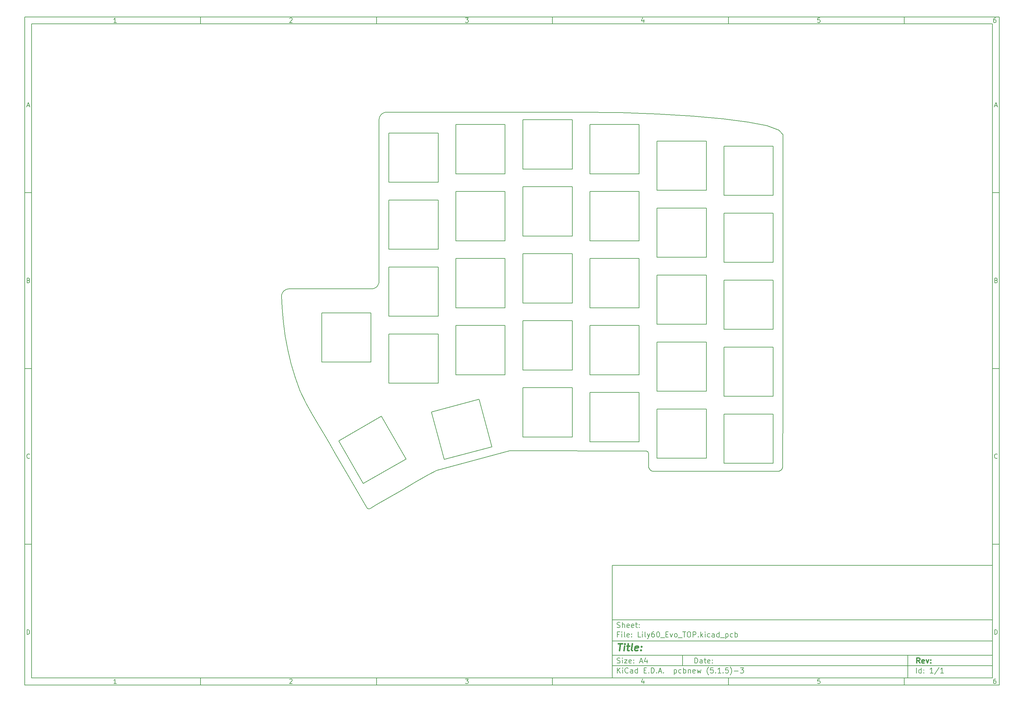
<source format=gbo>
G04 #@! TF.GenerationSoftware,KiCad,Pcbnew,(5.1.5)-3*
G04 #@! TF.CreationDate,2020-05-17T20:09:16+04:00*
G04 #@! TF.ProjectId,Lily60_Evo_TOP,4c696c79-3630-45f4-9576-6f5f544f502e,rev?*
G04 #@! TF.SameCoordinates,Original*
G04 #@! TF.FileFunction,Legend,Bot*
G04 #@! TF.FilePolarity,Positive*
%FSLAX46Y46*%
G04 Gerber Fmt 4.6, Leading zero omitted, Abs format (unit mm)*
G04 Created by KiCad (PCBNEW (5.1.5)-3) date 2020-05-17 20:09:16*
%MOMM*%
%LPD*%
G04 APERTURE LIST*
%ADD10C,0.100000*%
%ADD11C,0.150000*%
%ADD12C,0.300000*%
%ADD13C,0.400000*%
%ADD14C,0.200000*%
G04 APERTURE END LIST*
D10*
D11*
X177002200Y-166007200D02*
X177002200Y-198007200D01*
X285002200Y-198007200D01*
X285002200Y-166007200D01*
X177002200Y-166007200D01*
D10*
D11*
X10000000Y-10000000D02*
X10000000Y-200007200D01*
X287002200Y-200007200D01*
X287002200Y-10000000D01*
X10000000Y-10000000D01*
D10*
D11*
X12000000Y-12000000D02*
X12000000Y-198007200D01*
X285002200Y-198007200D01*
X285002200Y-12000000D01*
X12000000Y-12000000D01*
D10*
D11*
X60000000Y-12000000D02*
X60000000Y-10000000D01*
D10*
D11*
X110000000Y-12000000D02*
X110000000Y-10000000D01*
D10*
D11*
X160000000Y-12000000D02*
X160000000Y-10000000D01*
D10*
D11*
X210000000Y-12000000D02*
X210000000Y-10000000D01*
D10*
D11*
X260000000Y-12000000D02*
X260000000Y-10000000D01*
D10*
D11*
X36065476Y-11588095D02*
X35322619Y-11588095D01*
X35694047Y-11588095D02*
X35694047Y-10288095D01*
X35570238Y-10473809D01*
X35446428Y-10597619D01*
X35322619Y-10659523D01*
D10*
D11*
X85322619Y-10411904D02*
X85384523Y-10350000D01*
X85508333Y-10288095D01*
X85817857Y-10288095D01*
X85941666Y-10350000D01*
X86003571Y-10411904D01*
X86065476Y-10535714D01*
X86065476Y-10659523D01*
X86003571Y-10845238D01*
X85260714Y-11588095D01*
X86065476Y-11588095D01*
D10*
D11*
X135260714Y-10288095D02*
X136065476Y-10288095D01*
X135632142Y-10783333D01*
X135817857Y-10783333D01*
X135941666Y-10845238D01*
X136003571Y-10907142D01*
X136065476Y-11030952D01*
X136065476Y-11340476D01*
X136003571Y-11464285D01*
X135941666Y-11526190D01*
X135817857Y-11588095D01*
X135446428Y-11588095D01*
X135322619Y-11526190D01*
X135260714Y-11464285D01*
D10*
D11*
X185941666Y-10721428D02*
X185941666Y-11588095D01*
X185632142Y-10226190D02*
X185322619Y-11154761D01*
X186127380Y-11154761D01*
D10*
D11*
X236003571Y-10288095D02*
X235384523Y-10288095D01*
X235322619Y-10907142D01*
X235384523Y-10845238D01*
X235508333Y-10783333D01*
X235817857Y-10783333D01*
X235941666Y-10845238D01*
X236003571Y-10907142D01*
X236065476Y-11030952D01*
X236065476Y-11340476D01*
X236003571Y-11464285D01*
X235941666Y-11526190D01*
X235817857Y-11588095D01*
X235508333Y-11588095D01*
X235384523Y-11526190D01*
X235322619Y-11464285D01*
D10*
D11*
X285941666Y-10288095D02*
X285694047Y-10288095D01*
X285570238Y-10350000D01*
X285508333Y-10411904D01*
X285384523Y-10597619D01*
X285322619Y-10845238D01*
X285322619Y-11340476D01*
X285384523Y-11464285D01*
X285446428Y-11526190D01*
X285570238Y-11588095D01*
X285817857Y-11588095D01*
X285941666Y-11526190D01*
X286003571Y-11464285D01*
X286065476Y-11340476D01*
X286065476Y-11030952D01*
X286003571Y-10907142D01*
X285941666Y-10845238D01*
X285817857Y-10783333D01*
X285570238Y-10783333D01*
X285446428Y-10845238D01*
X285384523Y-10907142D01*
X285322619Y-11030952D01*
D10*
D11*
X60000000Y-198007200D02*
X60000000Y-200007200D01*
D10*
D11*
X110000000Y-198007200D02*
X110000000Y-200007200D01*
D10*
D11*
X160000000Y-198007200D02*
X160000000Y-200007200D01*
D10*
D11*
X210000000Y-198007200D02*
X210000000Y-200007200D01*
D10*
D11*
X260000000Y-198007200D02*
X260000000Y-200007200D01*
D10*
D11*
X36065476Y-199595295D02*
X35322619Y-199595295D01*
X35694047Y-199595295D02*
X35694047Y-198295295D01*
X35570238Y-198481009D01*
X35446428Y-198604819D01*
X35322619Y-198666723D01*
D10*
D11*
X85322619Y-198419104D02*
X85384523Y-198357200D01*
X85508333Y-198295295D01*
X85817857Y-198295295D01*
X85941666Y-198357200D01*
X86003571Y-198419104D01*
X86065476Y-198542914D01*
X86065476Y-198666723D01*
X86003571Y-198852438D01*
X85260714Y-199595295D01*
X86065476Y-199595295D01*
D10*
D11*
X135260714Y-198295295D02*
X136065476Y-198295295D01*
X135632142Y-198790533D01*
X135817857Y-198790533D01*
X135941666Y-198852438D01*
X136003571Y-198914342D01*
X136065476Y-199038152D01*
X136065476Y-199347676D01*
X136003571Y-199471485D01*
X135941666Y-199533390D01*
X135817857Y-199595295D01*
X135446428Y-199595295D01*
X135322619Y-199533390D01*
X135260714Y-199471485D01*
D10*
D11*
X185941666Y-198728628D02*
X185941666Y-199595295D01*
X185632142Y-198233390D02*
X185322619Y-199161961D01*
X186127380Y-199161961D01*
D10*
D11*
X236003571Y-198295295D02*
X235384523Y-198295295D01*
X235322619Y-198914342D01*
X235384523Y-198852438D01*
X235508333Y-198790533D01*
X235817857Y-198790533D01*
X235941666Y-198852438D01*
X236003571Y-198914342D01*
X236065476Y-199038152D01*
X236065476Y-199347676D01*
X236003571Y-199471485D01*
X235941666Y-199533390D01*
X235817857Y-199595295D01*
X235508333Y-199595295D01*
X235384523Y-199533390D01*
X235322619Y-199471485D01*
D10*
D11*
X285941666Y-198295295D02*
X285694047Y-198295295D01*
X285570238Y-198357200D01*
X285508333Y-198419104D01*
X285384523Y-198604819D01*
X285322619Y-198852438D01*
X285322619Y-199347676D01*
X285384523Y-199471485D01*
X285446428Y-199533390D01*
X285570238Y-199595295D01*
X285817857Y-199595295D01*
X285941666Y-199533390D01*
X286003571Y-199471485D01*
X286065476Y-199347676D01*
X286065476Y-199038152D01*
X286003571Y-198914342D01*
X285941666Y-198852438D01*
X285817857Y-198790533D01*
X285570238Y-198790533D01*
X285446428Y-198852438D01*
X285384523Y-198914342D01*
X285322619Y-199038152D01*
D10*
D11*
X10000000Y-60000000D02*
X12000000Y-60000000D01*
D10*
D11*
X10000000Y-110000000D02*
X12000000Y-110000000D01*
D10*
D11*
X10000000Y-160000000D02*
X12000000Y-160000000D01*
D10*
D11*
X10690476Y-35216666D02*
X11309523Y-35216666D01*
X10566666Y-35588095D02*
X11000000Y-34288095D01*
X11433333Y-35588095D01*
D10*
D11*
X11092857Y-84907142D02*
X11278571Y-84969047D01*
X11340476Y-85030952D01*
X11402380Y-85154761D01*
X11402380Y-85340476D01*
X11340476Y-85464285D01*
X11278571Y-85526190D01*
X11154761Y-85588095D01*
X10659523Y-85588095D01*
X10659523Y-84288095D01*
X11092857Y-84288095D01*
X11216666Y-84350000D01*
X11278571Y-84411904D01*
X11340476Y-84535714D01*
X11340476Y-84659523D01*
X11278571Y-84783333D01*
X11216666Y-84845238D01*
X11092857Y-84907142D01*
X10659523Y-84907142D01*
D10*
D11*
X11402380Y-135464285D02*
X11340476Y-135526190D01*
X11154761Y-135588095D01*
X11030952Y-135588095D01*
X10845238Y-135526190D01*
X10721428Y-135402380D01*
X10659523Y-135278571D01*
X10597619Y-135030952D01*
X10597619Y-134845238D01*
X10659523Y-134597619D01*
X10721428Y-134473809D01*
X10845238Y-134350000D01*
X11030952Y-134288095D01*
X11154761Y-134288095D01*
X11340476Y-134350000D01*
X11402380Y-134411904D01*
D10*
D11*
X10659523Y-185588095D02*
X10659523Y-184288095D01*
X10969047Y-184288095D01*
X11154761Y-184350000D01*
X11278571Y-184473809D01*
X11340476Y-184597619D01*
X11402380Y-184845238D01*
X11402380Y-185030952D01*
X11340476Y-185278571D01*
X11278571Y-185402380D01*
X11154761Y-185526190D01*
X10969047Y-185588095D01*
X10659523Y-185588095D01*
D10*
D11*
X287002200Y-60000000D02*
X285002200Y-60000000D01*
D10*
D11*
X287002200Y-110000000D02*
X285002200Y-110000000D01*
D10*
D11*
X287002200Y-160000000D02*
X285002200Y-160000000D01*
D10*
D11*
X285692676Y-35216666D02*
X286311723Y-35216666D01*
X285568866Y-35588095D02*
X286002200Y-34288095D01*
X286435533Y-35588095D01*
D10*
D11*
X286095057Y-84907142D02*
X286280771Y-84969047D01*
X286342676Y-85030952D01*
X286404580Y-85154761D01*
X286404580Y-85340476D01*
X286342676Y-85464285D01*
X286280771Y-85526190D01*
X286156961Y-85588095D01*
X285661723Y-85588095D01*
X285661723Y-84288095D01*
X286095057Y-84288095D01*
X286218866Y-84350000D01*
X286280771Y-84411904D01*
X286342676Y-84535714D01*
X286342676Y-84659523D01*
X286280771Y-84783333D01*
X286218866Y-84845238D01*
X286095057Y-84907142D01*
X285661723Y-84907142D01*
D10*
D11*
X286404580Y-135464285D02*
X286342676Y-135526190D01*
X286156961Y-135588095D01*
X286033152Y-135588095D01*
X285847438Y-135526190D01*
X285723628Y-135402380D01*
X285661723Y-135278571D01*
X285599819Y-135030952D01*
X285599819Y-134845238D01*
X285661723Y-134597619D01*
X285723628Y-134473809D01*
X285847438Y-134350000D01*
X286033152Y-134288095D01*
X286156961Y-134288095D01*
X286342676Y-134350000D01*
X286404580Y-134411904D01*
D10*
D11*
X285661723Y-185588095D02*
X285661723Y-184288095D01*
X285971247Y-184288095D01*
X286156961Y-184350000D01*
X286280771Y-184473809D01*
X286342676Y-184597619D01*
X286404580Y-184845238D01*
X286404580Y-185030952D01*
X286342676Y-185278571D01*
X286280771Y-185402380D01*
X286156961Y-185526190D01*
X285971247Y-185588095D01*
X285661723Y-185588095D01*
D10*
D11*
X200434342Y-193785771D02*
X200434342Y-192285771D01*
X200791485Y-192285771D01*
X201005771Y-192357200D01*
X201148628Y-192500057D01*
X201220057Y-192642914D01*
X201291485Y-192928628D01*
X201291485Y-193142914D01*
X201220057Y-193428628D01*
X201148628Y-193571485D01*
X201005771Y-193714342D01*
X200791485Y-193785771D01*
X200434342Y-193785771D01*
X202577200Y-193785771D02*
X202577200Y-193000057D01*
X202505771Y-192857200D01*
X202362914Y-192785771D01*
X202077200Y-192785771D01*
X201934342Y-192857200D01*
X202577200Y-193714342D02*
X202434342Y-193785771D01*
X202077200Y-193785771D01*
X201934342Y-193714342D01*
X201862914Y-193571485D01*
X201862914Y-193428628D01*
X201934342Y-193285771D01*
X202077200Y-193214342D01*
X202434342Y-193214342D01*
X202577200Y-193142914D01*
X203077200Y-192785771D02*
X203648628Y-192785771D01*
X203291485Y-192285771D02*
X203291485Y-193571485D01*
X203362914Y-193714342D01*
X203505771Y-193785771D01*
X203648628Y-193785771D01*
X204720057Y-193714342D02*
X204577200Y-193785771D01*
X204291485Y-193785771D01*
X204148628Y-193714342D01*
X204077200Y-193571485D01*
X204077200Y-193000057D01*
X204148628Y-192857200D01*
X204291485Y-192785771D01*
X204577200Y-192785771D01*
X204720057Y-192857200D01*
X204791485Y-193000057D01*
X204791485Y-193142914D01*
X204077200Y-193285771D01*
X205434342Y-193642914D02*
X205505771Y-193714342D01*
X205434342Y-193785771D01*
X205362914Y-193714342D01*
X205434342Y-193642914D01*
X205434342Y-193785771D01*
X205434342Y-192857200D02*
X205505771Y-192928628D01*
X205434342Y-193000057D01*
X205362914Y-192928628D01*
X205434342Y-192857200D01*
X205434342Y-193000057D01*
D10*
D11*
X177002200Y-194507200D02*
X285002200Y-194507200D01*
D10*
D11*
X178434342Y-196585771D02*
X178434342Y-195085771D01*
X179291485Y-196585771D02*
X178648628Y-195728628D01*
X179291485Y-195085771D02*
X178434342Y-195942914D01*
X179934342Y-196585771D02*
X179934342Y-195585771D01*
X179934342Y-195085771D02*
X179862914Y-195157200D01*
X179934342Y-195228628D01*
X180005771Y-195157200D01*
X179934342Y-195085771D01*
X179934342Y-195228628D01*
X181505771Y-196442914D02*
X181434342Y-196514342D01*
X181220057Y-196585771D01*
X181077200Y-196585771D01*
X180862914Y-196514342D01*
X180720057Y-196371485D01*
X180648628Y-196228628D01*
X180577200Y-195942914D01*
X180577200Y-195728628D01*
X180648628Y-195442914D01*
X180720057Y-195300057D01*
X180862914Y-195157200D01*
X181077200Y-195085771D01*
X181220057Y-195085771D01*
X181434342Y-195157200D01*
X181505771Y-195228628D01*
X182791485Y-196585771D02*
X182791485Y-195800057D01*
X182720057Y-195657200D01*
X182577200Y-195585771D01*
X182291485Y-195585771D01*
X182148628Y-195657200D01*
X182791485Y-196514342D02*
X182648628Y-196585771D01*
X182291485Y-196585771D01*
X182148628Y-196514342D01*
X182077200Y-196371485D01*
X182077200Y-196228628D01*
X182148628Y-196085771D01*
X182291485Y-196014342D01*
X182648628Y-196014342D01*
X182791485Y-195942914D01*
X184148628Y-196585771D02*
X184148628Y-195085771D01*
X184148628Y-196514342D02*
X184005771Y-196585771D01*
X183720057Y-196585771D01*
X183577200Y-196514342D01*
X183505771Y-196442914D01*
X183434342Y-196300057D01*
X183434342Y-195871485D01*
X183505771Y-195728628D01*
X183577200Y-195657200D01*
X183720057Y-195585771D01*
X184005771Y-195585771D01*
X184148628Y-195657200D01*
X186005771Y-195800057D02*
X186505771Y-195800057D01*
X186720057Y-196585771D02*
X186005771Y-196585771D01*
X186005771Y-195085771D01*
X186720057Y-195085771D01*
X187362914Y-196442914D02*
X187434342Y-196514342D01*
X187362914Y-196585771D01*
X187291485Y-196514342D01*
X187362914Y-196442914D01*
X187362914Y-196585771D01*
X188077200Y-196585771D02*
X188077200Y-195085771D01*
X188434342Y-195085771D01*
X188648628Y-195157200D01*
X188791485Y-195300057D01*
X188862914Y-195442914D01*
X188934342Y-195728628D01*
X188934342Y-195942914D01*
X188862914Y-196228628D01*
X188791485Y-196371485D01*
X188648628Y-196514342D01*
X188434342Y-196585771D01*
X188077200Y-196585771D01*
X189577200Y-196442914D02*
X189648628Y-196514342D01*
X189577200Y-196585771D01*
X189505771Y-196514342D01*
X189577200Y-196442914D01*
X189577200Y-196585771D01*
X190220057Y-196157200D02*
X190934342Y-196157200D01*
X190077200Y-196585771D02*
X190577200Y-195085771D01*
X191077200Y-196585771D01*
X191577200Y-196442914D02*
X191648628Y-196514342D01*
X191577200Y-196585771D01*
X191505771Y-196514342D01*
X191577200Y-196442914D01*
X191577200Y-196585771D01*
X194577200Y-195585771D02*
X194577200Y-197085771D01*
X194577200Y-195657200D02*
X194720057Y-195585771D01*
X195005771Y-195585771D01*
X195148628Y-195657200D01*
X195220057Y-195728628D01*
X195291485Y-195871485D01*
X195291485Y-196300057D01*
X195220057Y-196442914D01*
X195148628Y-196514342D01*
X195005771Y-196585771D01*
X194720057Y-196585771D01*
X194577200Y-196514342D01*
X196577200Y-196514342D02*
X196434342Y-196585771D01*
X196148628Y-196585771D01*
X196005771Y-196514342D01*
X195934342Y-196442914D01*
X195862914Y-196300057D01*
X195862914Y-195871485D01*
X195934342Y-195728628D01*
X196005771Y-195657200D01*
X196148628Y-195585771D01*
X196434342Y-195585771D01*
X196577200Y-195657200D01*
X197220057Y-196585771D02*
X197220057Y-195085771D01*
X197220057Y-195657200D02*
X197362914Y-195585771D01*
X197648628Y-195585771D01*
X197791485Y-195657200D01*
X197862914Y-195728628D01*
X197934342Y-195871485D01*
X197934342Y-196300057D01*
X197862914Y-196442914D01*
X197791485Y-196514342D01*
X197648628Y-196585771D01*
X197362914Y-196585771D01*
X197220057Y-196514342D01*
X198577200Y-195585771D02*
X198577200Y-196585771D01*
X198577200Y-195728628D02*
X198648628Y-195657200D01*
X198791485Y-195585771D01*
X199005771Y-195585771D01*
X199148628Y-195657200D01*
X199220057Y-195800057D01*
X199220057Y-196585771D01*
X200505771Y-196514342D02*
X200362914Y-196585771D01*
X200077200Y-196585771D01*
X199934342Y-196514342D01*
X199862914Y-196371485D01*
X199862914Y-195800057D01*
X199934342Y-195657200D01*
X200077200Y-195585771D01*
X200362914Y-195585771D01*
X200505771Y-195657200D01*
X200577200Y-195800057D01*
X200577200Y-195942914D01*
X199862914Y-196085771D01*
X201077200Y-195585771D02*
X201362914Y-196585771D01*
X201648628Y-195871485D01*
X201934342Y-196585771D01*
X202220057Y-195585771D01*
X204362914Y-197157200D02*
X204291485Y-197085771D01*
X204148628Y-196871485D01*
X204077200Y-196728628D01*
X204005771Y-196514342D01*
X203934342Y-196157200D01*
X203934342Y-195871485D01*
X204005771Y-195514342D01*
X204077200Y-195300057D01*
X204148628Y-195157200D01*
X204291485Y-194942914D01*
X204362914Y-194871485D01*
X205648628Y-195085771D02*
X204934342Y-195085771D01*
X204862914Y-195800057D01*
X204934342Y-195728628D01*
X205077200Y-195657200D01*
X205434342Y-195657200D01*
X205577200Y-195728628D01*
X205648628Y-195800057D01*
X205720057Y-195942914D01*
X205720057Y-196300057D01*
X205648628Y-196442914D01*
X205577200Y-196514342D01*
X205434342Y-196585771D01*
X205077200Y-196585771D01*
X204934342Y-196514342D01*
X204862914Y-196442914D01*
X206362914Y-196442914D02*
X206434342Y-196514342D01*
X206362914Y-196585771D01*
X206291485Y-196514342D01*
X206362914Y-196442914D01*
X206362914Y-196585771D01*
X207862914Y-196585771D02*
X207005771Y-196585771D01*
X207434342Y-196585771D02*
X207434342Y-195085771D01*
X207291485Y-195300057D01*
X207148628Y-195442914D01*
X207005771Y-195514342D01*
X208505771Y-196442914D02*
X208577200Y-196514342D01*
X208505771Y-196585771D01*
X208434342Y-196514342D01*
X208505771Y-196442914D01*
X208505771Y-196585771D01*
X209934342Y-195085771D02*
X209220057Y-195085771D01*
X209148628Y-195800057D01*
X209220057Y-195728628D01*
X209362914Y-195657200D01*
X209720057Y-195657200D01*
X209862914Y-195728628D01*
X209934342Y-195800057D01*
X210005771Y-195942914D01*
X210005771Y-196300057D01*
X209934342Y-196442914D01*
X209862914Y-196514342D01*
X209720057Y-196585771D01*
X209362914Y-196585771D01*
X209220057Y-196514342D01*
X209148628Y-196442914D01*
X210505771Y-197157200D02*
X210577200Y-197085771D01*
X210720057Y-196871485D01*
X210791485Y-196728628D01*
X210862914Y-196514342D01*
X210934342Y-196157200D01*
X210934342Y-195871485D01*
X210862914Y-195514342D01*
X210791485Y-195300057D01*
X210720057Y-195157200D01*
X210577200Y-194942914D01*
X210505771Y-194871485D01*
X211648628Y-196014342D02*
X212791485Y-196014342D01*
X213362914Y-195085771D02*
X214291485Y-195085771D01*
X213791485Y-195657200D01*
X214005771Y-195657200D01*
X214148628Y-195728628D01*
X214220057Y-195800057D01*
X214291485Y-195942914D01*
X214291485Y-196300057D01*
X214220057Y-196442914D01*
X214148628Y-196514342D01*
X214005771Y-196585771D01*
X213577200Y-196585771D01*
X213434342Y-196514342D01*
X213362914Y-196442914D01*
D10*
D11*
X177002200Y-191507200D02*
X285002200Y-191507200D01*
D10*
D12*
X264411485Y-193785771D02*
X263911485Y-193071485D01*
X263554342Y-193785771D02*
X263554342Y-192285771D01*
X264125771Y-192285771D01*
X264268628Y-192357200D01*
X264340057Y-192428628D01*
X264411485Y-192571485D01*
X264411485Y-192785771D01*
X264340057Y-192928628D01*
X264268628Y-193000057D01*
X264125771Y-193071485D01*
X263554342Y-193071485D01*
X265625771Y-193714342D02*
X265482914Y-193785771D01*
X265197200Y-193785771D01*
X265054342Y-193714342D01*
X264982914Y-193571485D01*
X264982914Y-193000057D01*
X265054342Y-192857200D01*
X265197200Y-192785771D01*
X265482914Y-192785771D01*
X265625771Y-192857200D01*
X265697200Y-193000057D01*
X265697200Y-193142914D01*
X264982914Y-193285771D01*
X266197200Y-192785771D02*
X266554342Y-193785771D01*
X266911485Y-192785771D01*
X267482914Y-193642914D02*
X267554342Y-193714342D01*
X267482914Y-193785771D01*
X267411485Y-193714342D01*
X267482914Y-193642914D01*
X267482914Y-193785771D01*
X267482914Y-192857200D02*
X267554342Y-192928628D01*
X267482914Y-193000057D01*
X267411485Y-192928628D01*
X267482914Y-192857200D01*
X267482914Y-193000057D01*
D10*
D11*
X178362914Y-193714342D02*
X178577200Y-193785771D01*
X178934342Y-193785771D01*
X179077200Y-193714342D01*
X179148628Y-193642914D01*
X179220057Y-193500057D01*
X179220057Y-193357200D01*
X179148628Y-193214342D01*
X179077200Y-193142914D01*
X178934342Y-193071485D01*
X178648628Y-193000057D01*
X178505771Y-192928628D01*
X178434342Y-192857200D01*
X178362914Y-192714342D01*
X178362914Y-192571485D01*
X178434342Y-192428628D01*
X178505771Y-192357200D01*
X178648628Y-192285771D01*
X179005771Y-192285771D01*
X179220057Y-192357200D01*
X179862914Y-193785771D02*
X179862914Y-192785771D01*
X179862914Y-192285771D02*
X179791485Y-192357200D01*
X179862914Y-192428628D01*
X179934342Y-192357200D01*
X179862914Y-192285771D01*
X179862914Y-192428628D01*
X180434342Y-192785771D02*
X181220057Y-192785771D01*
X180434342Y-193785771D01*
X181220057Y-193785771D01*
X182362914Y-193714342D02*
X182220057Y-193785771D01*
X181934342Y-193785771D01*
X181791485Y-193714342D01*
X181720057Y-193571485D01*
X181720057Y-193000057D01*
X181791485Y-192857200D01*
X181934342Y-192785771D01*
X182220057Y-192785771D01*
X182362914Y-192857200D01*
X182434342Y-193000057D01*
X182434342Y-193142914D01*
X181720057Y-193285771D01*
X183077200Y-193642914D02*
X183148628Y-193714342D01*
X183077200Y-193785771D01*
X183005771Y-193714342D01*
X183077200Y-193642914D01*
X183077200Y-193785771D01*
X183077200Y-192857200D02*
X183148628Y-192928628D01*
X183077200Y-193000057D01*
X183005771Y-192928628D01*
X183077200Y-192857200D01*
X183077200Y-193000057D01*
X184862914Y-193357200D02*
X185577200Y-193357200D01*
X184720057Y-193785771D02*
X185220057Y-192285771D01*
X185720057Y-193785771D01*
X186862914Y-192785771D02*
X186862914Y-193785771D01*
X186505771Y-192214342D02*
X186148628Y-193285771D01*
X187077200Y-193285771D01*
D10*
D11*
X263434342Y-196585771D02*
X263434342Y-195085771D01*
X264791485Y-196585771D02*
X264791485Y-195085771D01*
X264791485Y-196514342D02*
X264648628Y-196585771D01*
X264362914Y-196585771D01*
X264220057Y-196514342D01*
X264148628Y-196442914D01*
X264077200Y-196300057D01*
X264077200Y-195871485D01*
X264148628Y-195728628D01*
X264220057Y-195657200D01*
X264362914Y-195585771D01*
X264648628Y-195585771D01*
X264791485Y-195657200D01*
X265505771Y-196442914D02*
X265577200Y-196514342D01*
X265505771Y-196585771D01*
X265434342Y-196514342D01*
X265505771Y-196442914D01*
X265505771Y-196585771D01*
X265505771Y-195657200D02*
X265577200Y-195728628D01*
X265505771Y-195800057D01*
X265434342Y-195728628D01*
X265505771Y-195657200D01*
X265505771Y-195800057D01*
X268148628Y-196585771D02*
X267291485Y-196585771D01*
X267720057Y-196585771D02*
X267720057Y-195085771D01*
X267577200Y-195300057D01*
X267434342Y-195442914D01*
X267291485Y-195514342D01*
X269862914Y-195014342D02*
X268577200Y-196942914D01*
X271148628Y-196585771D02*
X270291485Y-196585771D01*
X270720057Y-196585771D02*
X270720057Y-195085771D01*
X270577200Y-195300057D01*
X270434342Y-195442914D01*
X270291485Y-195514342D01*
D10*
D11*
X177002200Y-187507200D02*
X285002200Y-187507200D01*
D10*
D13*
X178714580Y-188211961D02*
X179857438Y-188211961D01*
X179036009Y-190211961D02*
X179286009Y-188211961D01*
X180274104Y-190211961D02*
X180440771Y-188878628D01*
X180524104Y-188211961D02*
X180416961Y-188307200D01*
X180500295Y-188402438D01*
X180607438Y-188307200D01*
X180524104Y-188211961D01*
X180500295Y-188402438D01*
X181107438Y-188878628D02*
X181869342Y-188878628D01*
X181476485Y-188211961D02*
X181262200Y-189926247D01*
X181333628Y-190116723D01*
X181512200Y-190211961D01*
X181702676Y-190211961D01*
X182655057Y-190211961D02*
X182476485Y-190116723D01*
X182405057Y-189926247D01*
X182619342Y-188211961D01*
X184190771Y-190116723D02*
X183988390Y-190211961D01*
X183607438Y-190211961D01*
X183428866Y-190116723D01*
X183357438Y-189926247D01*
X183452676Y-189164342D01*
X183571723Y-188973866D01*
X183774104Y-188878628D01*
X184155057Y-188878628D01*
X184333628Y-188973866D01*
X184405057Y-189164342D01*
X184381247Y-189354819D01*
X183405057Y-189545295D01*
X185155057Y-190021485D02*
X185238390Y-190116723D01*
X185131247Y-190211961D01*
X185047914Y-190116723D01*
X185155057Y-190021485D01*
X185131247Y-190211961D01*
X185286009Y-188973866D02*
X185369342Y-189069104D01*
X185262200Y-189164342D01*
X185178866Y-189069104D01*
X185286009Y-188973866D01*
X185262200Y-189164342D01*
D10*
D11*
X178934342Y-185600057D02*
X178434342Y-185600057D01*
X178434342Y-186385771D02*
X178434342Y-184885771D01*
X179148628Y-184885771D01*
X179720057Y-186385771D02*
X179720057Y-185385771D01*
X179720057Y-184885771D02*
X179648628Y-184957200D01*
X179720057Y-185028628D01*
X179791485Y-184957200D01*
X179720057Y-184885771D01*
X179720057Y-185028628D01*
X180648628Y-186385771D02*
X180505771Y-186314342D01*
X180434342Y-186171485D01*
X180434342Y-184885771D01*
X181791485Y-186314342D02*
X181648628Y-186385771D01*
X181362914Y-186385771D01*
X181220057Y-186314342D01*
X181148628Y-186171485D01*
X181148628Y-185600057D01*
X181220057Y-185457200D01*
X181362914Y-185385771D01*
X181648628Y-185385771D01*
X181791485Y-185457200D01*
X181862914Y-185600057D01*
X181862914Y-185742914D01*
X181148628Y-185885771D01*
X182505771Y-186242914D02*
X182577200Y-186314342D01*
X182505771Y-186385771D01*
X182434342Y-186314342D01*
X182505771Y-186242914D01*
X182505771Y-186385771D01*
X182505771Y-185457200D02*
X182577200Y-185528628D01*
X182505771Y-185600057D01*
X182434342Y-185528628D01*
X182505771Y-185457200D01*
X182505771Y-185600057D01*
X185077200Y-186385771D02*
X184362914Y-186385771D01*
X184362914Y-184885771D01*
X185577200Y-186385771D02*
X185577200Y-185385771D01*
X185577200Y-184885771D02*
X185505771Y-184957200D01*
X185577200Y-185028628D01*
X185648628Y-184957200D01*
X185577200Y-184885771D01*
X185577200Y-185028628D01*
X186505771Y-186385771D02*
X186362914Y-186314342D01*
X186291485Y-186171485D01*
X186291485Y-184885771D01*
X186934342Y-185385771D02*
X187291485Y-186385771D01*
X187648628Y-185385771D02*
X187291485Y-186385771D01*
X187148628Y-186742914D01*
X187077200Y-186814342D01*
X186934342Y-186885771D01*
X188862914Y-184885771D02*
X188577200Y-184885771D01*
X188434342Y-184957200D01*
X188362914Y-185028628D01*
X188220057Y-185242914D01*
X188148628Y-185528628D01*
X188148628Y-186100057D01*
X188220057Y-186242914D01*
X188291485Y-186314342D01*
X188434342Y-186385771D01*
X188720057Y-186385771D01*
X188862914Y-186314342D01*
X188934342Y-186242914D01*
X189005771Y-186100057D01*
X189005771Y-185742914D01*
X188934342Y-185600057D01*
X188862914Y-185528628D01*
X188720057Y-185457200D01*
X188434342Y-185457200D01*
X188291485Y-185528628D01*
X188220057Y-185600057D01*
X188148628Y-185742914D01*
X189934342Y-184885771D02*
X190077200Y-184885771D01*
X190220057Y-184957200D01*
X190291485Y-185028628D01*
X190362914Y-185171485D01*
X190434342Y-185457200D01*
X190434342Y-185814342D01*
X190362914Y-186100057D01*
X190291485Y-186242914D01*
X190220057Y-186314342D01*
X190077200Y-186385771D01*
X189934342Y-186385771D01*
X189791485Y-186314342D01*
X189720057Y-186242914D01*
X189648628Y-186100057D01*
X189577200Y-185814342D01*
X189577200Y-185457200D01*
X189648628Y-185171485D01*
X189720057Y-185028628D01*
X189791485Y-184957200D01*
X189934342Y-184885771D01*
X190720057Y-186528628D02*
X191862914Y-186528628D01*
X192220057Y-185600057D02*
X192720057Y-185600057D01*
X192934342Y-186385771D02*
X192220057Y-186385771D01*
X192220057Y-184885771D01*
X192934342Y-184885771D01*
X193434342Y-185385771D02*
X193791485Y-186385771D01*
X194148628Y-185385771D01*
X194934342Y-186385771D02*
X194791485Y-186314342D01*
X194720057Y-186242914D01*
X194648628Y-186100057D01*
X194648628Y-185671485D01*
X194720057Y-185528628D01*
X194791485Y-185457200D01*
X194934342Y-185385771D01*
X195148628Y-185385771D01*
X195291485Y-185457200D01*
X195362914Y-185528628D01*
X195434342Y-185671485D01*
X195434342Y-186100057D01*
X195362914Y-186242914D01*
X195291485Y-186314342D01*
X195148628Y-186385771D01*
X194934342Y-186385771D01*
X195720057Y-186528628D02*
X196862914Y-186528628D01*
X197005771Y-184885771D02*
X197862914Y-184885771D01*
X197434342Y-186385771D02*
X197434342Y-184885771D01*
X198648628Y-184885771D02*
X198934342Y-184885771D01*
X199077200Y-184957200D01*
X199220057Y-185100057D01*
X199291485Y-185385771D01*
X199291485Y-185885771D01*
X199220057Y-186171485D01*
X199077200Y-186314342D01*
X198934342Y-186385771D01*
X198648628Y-186385771D01*
X198505771Y-186314342D01*
X198362914Y-186171485D01*
X198291485Y-185885771D01*
X198291485Y-185385771D01*
X198362914Y-185100057D01*
X198505771Y-184957200D01*
X198648628Y-184885771D01*
X199934342Y-186385771D02*
X199934342Y-184885771D01*
X200505771Y-184885771D01*
X200648628Y-184957200D01*
X200720057Y-185028628D01*
X200791485Y-185171485D01*
X200791485Y-185385771D01*
X200720057Y-185528628D01*
X200648628Y-185600057D01*
X200505771Y-185671485D01*
X199934342Y-185671485D01*
X201434342Y-186242914D02*
X201505771Y-186314342D01*
X201434342Y-186385771D01*
X201362914Y-186314342D01*
X201434342Y-186242914D01*
X201434342Y-186385771D01*
X202148628Y-186385771D02*
X202148628Y-184885771D01*
X202291485Y-185814342D02*
X202720057Y-186385771D01*
X202720057Y-185385771D02*
X202148628Y-185957200D01*
X203362914Y-186385771D02*
X203362914Y-185385771D01*
X203362914Y-184885771D02*
X203291485Y-184957200D01*
X203362914Y-185028628D01*
X203434342Y-184957200D01*
X203362914Y-184885771D01*
X203362914Y-185028628D01*
X204720057Y-186314342D02*
X204577200Y-186385771D01*
X204291485Y-186385771D01*
X204148628Y-186314342D01*
X204077200Y-186242914D01*
X204005771Y-186100057D01*
X204005771Y-185671485D01*
X204077200Y-185528628D01*
X204148628Y-185457200D01*
X204291485Y-185385771D01*
X204577200Y-185385771D01*
X204720057Y-185457200D01*
X206005771Y-186385771D02*
X206005771Y-185600057D01*
X205934342Y-185457200D01*
X205791485Y-185385771D01*
X205505771Y-185385771D01*
X205362914Y-185457200D01*
X206005771Y-186314342D02*
X205862914Y-186385771D01*
X205505771Y-186385771D01*
X205362914Y-186314342D01*
X205291485Y-186171485D01*
X205291485Y-186028628D01*
X205362914Y-185885771D01*
X205505771Y-185814342D01*
X205862914Y-185814342D01*
X206005771Y-185742914D01*
X207362914Y-186385771D02*
X207362914Y-184885771D01*
X207362914Y-186314342D02*
X207220057Y-186385771D01*
X206934342Y-186385771D01*
X206791485Y-186314342D01*
X206720057Y-186242914D01*
X206648628Y-186100057D01*
X206648628Y-185671485D01*
X206720057Y-185528628D01*
X206791485Y-185457200D01*
X206934342Y-185385771D01*
X207220057Y-185385771D01*
X207362914Y-185457200D01*
X207720057Y-186528628D02*
X208862914Y-186528628D01*
X209220057Y-185385771D02*
X209220057Y-186885771D01*
X209220057Y-185457200D02*
X209362914Y-185385771D01*
X209648628Y-185385771D01*
X209791485Y-185457200D01*
X209862914Y-185528628D01*
X209934342Y-185671485D01*
X209934342Y-186100057D01*
X209862914Y-186242914D01*
X209791485Y-186314342D01*
X209648628Y-186385771D01*
X209362914Y-186385771D01*
X209220057Y-186314342D01*
X211220057Y-186314342D02*
X211077200Y-186385771D01*
X210791485Y-186385771D01*
X210648628Y-186314342D01*
X210577200Y-186242914D01*
X210505771Y-186100057D01*
X210505771Y-185671485D01*
X210577200Y-185528628D01*
X210648628Y-185457200D01*
X210791485Y-185385771D01*
X211077200Y-185385771D01*
X211220057Y-185457200D01*
X211862914Y-186385771D02*
X211862914Y-184885771D01*
X211862914Y-185457200D02*
X212005771Y-185385771D01*
X212291485Y-185385771D01*
X212434342Y-185457200D01*
X212505771Y-185528628D01*
X212577200Y-185671485D01*
X212577200Y-186100057D01*
X212505771Y-186242914D01*
X212434342Y-186314342D01*
X212291485Y-186385771D01*
X212005771Y-186385771D01*
X211862914Y-186314342D01*
D10*
D11*
X177002200Y-181507200D02*
X285002200Y-181507200D01*
D10*
D11*
X178362914Y-183614342D02*
X178577200Y-183685771D01*
X178934342Y-183685771D01*
X179077200Y-183614342D01*
X179148628Y-183542914D01*
X179220057Y-183400057D01*
X179220057Y-183257200D01*
X179148628Y-183114342D01*
X179077200Y-183042914D01*
X178934342Y-182971485D01*
X178648628Y-182900057D01*
X178505771Y-182828628D01*
X178434342Y-182757200D01*
X178362914Y-182614342D01*
X178362914Y-182471485D01*
X178434342Y-182328628D01*
X178505771Y-182257200D01*
X178648628Y-182185771D01*
X179005771Y-182185771D01*
X179220057Y-182257200D01*
X179862914Y-183685771D02*
X179862914Y-182185771D01*
X180505771Y-183685771D02*
X180505771Y-182900057D01*
X180434342Y-182757200D01*
X180291485Y-182685771D01*
X180077200Y-182685771D01*
X179934342Y-182757200D01*
X179862914Y-182828628D01*
X181791485Y-183614342D02*
X181648628Y-183685771D01*
X181362914Y-183685771D01*
X181220057Y-183614342D01*
X181148628Y-183471485D01*
X181148628Y-182900057D01*
X181220057Y-182757200D01*
X181362914Y-182685771D01*
X181648628Y-182685771D01*
X181791485Y-182757200D01*
X181862914Y-182900057D01*
X181862914Y-183042914D01*
X181148628Y-183185771D01*
X183077200Y-183614342D02*
X182934342Y-183685771D01*
X182648628Y-183685771D01*
X182505771Y-183614342D01*
X182434342Y-183471485D01*
X182434342Y-182900057D01*
X182505771Y-182757200D01*
X182648628Y-182685771D01*
X182934342Y-182685771D01*
X183077200Y-182757200D01*
X183148628Y-182900057D01*
X183148628Y-183042914D01*
X182434342Y-183185771D01*
X183577200Y-182685771D02*
X184148628Y-182685771D01*
X183791485Y-182185771D02*
X183791485Y-183471485D01*
X183862914Y-183614342D01*
X184005771Y-183685771D01*
X184148628Y-183685771D01*
X184648628Y-183542914D02*
X184720057Y-183614342D01*
X184648628Y-183685771D01*
X184577200Y-183614342D01*
X184648628Y-183542914D01*
X184648628Y-183685771D01*
X184648628Y-182757200D02*
X184720057Y-182828628D01*
X184648628Y-182900057D01*
X184577200Y-182828628D01*
X184648628Y-182757200D01*
X184648628Y-182900057D01*
D10*
D11*
X197002200Y-191507200D02*
X197002200Y-194507200D01*
D10*
D11*
X261002200Y-191507200D02*
X261002200Y-198007200D01*
D14*
X225444553Y-138027496D02*
X225357217Y-138309152D01*
X225219001Y-138563961D02*
X225035913Y-138785913D01*
X224559152Y-139107218D02*
X224277496Y-139194553D01*
X225450000Y-137750000D02*
X225444553Y-138027496D01*
X225035913Y-138785913D02*
X224813960Y-138969002D01*
X224813960Y-138969002D02*
X224559152Y-139107218D01*
X225357217Y-138309152D02*
X225219001Y-138563961D01*
X204850000Y-139200000D02*
X224277496Y-139194553D01*
X225459999Y-119289735D02*
X225450000Y-137750000D01*
X208700000Y-122950000D02*
X222700000Y-122950000D01*
X222700000Y-122950000D02*
X222700000Y-136950000D01*
X222700000Y-136950000D02*
X208700000Y-136950000D01*
X208700000Y-136950000D02*
X208700000Y-122950000D01*
X106241750Y-142715431D02*
X99241752Y-130591074D01*
X118366106Y-135715431D02*
X106241750Y-142715431D01*
X111366105Y-123591077D02*
X118366106Y-135715431D01*
X99241752Y-130591074D02*
X111366105Y-123591077D01*
X129249637Y-135874873D02*
X125626172Y-122351912D01*
X142772599Y-132251408D02*
X129249637Y-135874873D01*
X139149132Y-118728447D02*
X142772599Y-132251408D01*
X125626172Y-122351912D02*
X139149132Y-118728447D01*
X208700000Y-117900000D02*
X208700000Y-103900000D01*
X222700000Y-117900000D02*
X208700000Y-117900000D01*
X222700000Y-103900000D02*
X222700000Y-117900000D01*
X208700000Y-103900000D02*
X222700000Y-103900000D01*
X208700000Y-98850000D02*
X208700000Y-84850000D01*
X222700000Y-98850000D02*
X208700000Y-98850000D01*
X222700000Y-84850000D02*
X222700000Y-98850000D01*
X208700000Y-84850000D02*
X222700000Y-84850000D01*
X208700000Y-79800000D02*
X208700000Y-65800000D01*
X222700000Y-79800000D02*
X208700000Y-79800000D01*
X222700000Y-65800000D02*
X222700000Y-79800000D01*
X208700000Y-65800000D02*
X222700000Y-65800000D01*
X208700000Y-60750000D02*
X208700000Y-46750000D01*
X222700000Y-60750000D02*
X208700000Y-60750000D01*
X222700000Y-46750000D02*
X222700000Y-60750000D01*
X208700000Y-46750000D02*
X222700000Y-46750000D01*
X189700000Y-135500000D02*
X189700000Y-121500000D01*
X203700000Y-135500000D02*
X189700000Y-135500000D01*
X203700000Y-121500000D02*
X203700000Y-135500000D01*
X189700000Y-121500000D02*
X203700000Y-121500000D01*
X189700000Y-116450000D02*
X189700000Y-102450000D01*
X203700000Y-116450000D02*
X189700000Y-116450000D01*
X203700000Y-102450000D02*
X203700000Y-116450000D01*
X189700000Y-102450000D02*
X203700000Y-102450000D01*
X189700000Y-97400000D02*
X189700000Y-83400000D01*
X203700000Y-97400000D02*
X189700000Y-97400000D01*
X203700000Y-83400000D02*
X203700000Y-97400000D01*
X189700000Y-83400000D02*
X203700000Y-83400000D01*
X189700000Y-78350000D02*
X189700000Y-64350000D01*
X203700000Y-78350000D02*
X189700000Y-78350000D01*
X203700000Y-64350000D02*
X203700000Y-78350000D01*
X189700000Y-64350000D02*
X203700000Y-64350000D01*
X189700000Y-59300000D02*
X189700000Y-45300000D01*
X203700000Y-59300000D02*
X189700000Y-59300000D01*
X203700000Y-45300000D02*
X203700000Y-59300000D01*
X189700000Y-45300000D02*
X203700000Y-45300000D01*
X170600000Y-130800000D02*
X170600000Y-116800000D01*
X184600000Y-130800000D02*
X170600000Y-130800000D01*
X184600000Y-116800000D02*
X184600000Y-130800000D01*
X170600000Y-116800000D02*
X184600000Y-116800000D01*
X170600000Y-111750000D02*
X170600000Y-97750000D01*
X184600000Y-111750000D02*
X170600000Y-111750000D01*
X184600000Y-97750000D02*
X184600000Y-111750000D01*
X170600000Y-97750000D02*
X184600000Y-97750000D01*
X170600000Y-92700000D02*
X170600000Y-78700000D01*
X184600000Y-92700000D02*
X170600000Y-92700000D01*
X184600000Y-78700000D02*
X184600000Y-92700000D01*
X170600000Y-78700000D02*
X184600000Y-78700000D01*
X170600000Y-73650000D02*
X170600000Y-59650000D01*
X184600000Y-73650000D02*
X170600000Y-73650000D01*
X184600000Y-59650000D02*
X184600000Y-73650000D01*
X170600000Y-59650000D02*
X184600000Y-59650000D01*
X170600000Y-54600000D02*
X170600000Y-40600000D01*
X184600000Y-54600000D02*
X170600000Y-54600000D01*
X184600000Y-40600000D02*
X184600000Y-54600000D01*
X170600000Y-40600000D02*
X184600000Y-40600000D01*
X94400000Y-108150000D02*
X94400000Y-94150000D01*
X108400000Y-108150000D02*
X94400000Y-108150000D01*
X108400000Y-94150000D02*
X108400000Y-108150000D01*
X94400000Y-94150000D02*
X108400000Y-94150000D01*
X113500000Y-114150000D02*
X113500000Y-100150000D01*
X127500000Y-114150000D02*
X113500000Y-114150000D01*
X127500000Y-100150000D02*
X127500000Y-114150000D01*
X113500000Y-100150000D02*
X127500000Y-100150000D01*
X113500000Y-95100000D02*
X113500000Y-81100000D01*
X127500000Y-95100000D02*
X113500000Y-95100000D01*
X127500000Y-81100000D02*
X127500000Y-95100000D01*
X113500000Y-81100000D02*
X127500000Y-81100000D01*
X113500000Y-76050000D02*
X113500000Y-62050000D01*
X127500000Y-76050000D02*
X113500000Y-76050000D01*
X127500000Y-62050000D02*
X127500000Y-76050000D01*
X113500000Y-62050000D02*
X127500000Y-62050000D01*
X132500000Y-111750000D02*
X132500000Y-97750000D01*
X146500000Y-111750000D02*
X132500000Y-111750000D01*
X146500000Y-97750000D02*
X146500000Y-111750000D01*
X132500000Y-97750000D02*
X146500000Y-97750000D01*
X132500000Y-92700000D02*
X132500000Y-78700000D01*
X146500000Y-92700000D02*
X132500000Y-92700000D01*
X146500000Y-78700000D02*
X146500000Y-92700000D01*
X132500000Y-78700000D02*
X146500000Y-78700000D01*
X132500000Y-73650000D02*
X132500000Y-59650000D01*
X146500000Y-73650000D02*
X132500000Y-73650000D01*
X146500000Y-59650000D02*
X146500000Y-73650000D01*
X132500000Y-59650000D02*
X146500000Y-59650000D01*
X151600000Y-129450000D02*
X151600000Y-115450000D01*
X165600000Y-129450000D02*
X151600000Y-129450000D01*
X165600000Y-115450000D02*
X165600000Y-129450000D01*
X151600000Y-115450000D02*
X165600000Y-115450000D01*
X151600000Y-110400000D02*
X151600000Y-96400000D01*
X165600000Y-110400000D02*
X151600000Y-110400000D01*
X165600000Y-96400000D02*
X165600000Y-110400000D01*
X151600000Y-96400000D02*
X165600000Y-96400000D01*
X151600000Y-91350000D02*
X151600000Y-77350000D01*
X165600000Y-91350000D02*
X151600000Y-91350000D01*
X165600000Y-77350000D02*
X165600000Y-91350000D01*
X151600000Y-77350000D02*
X165600000Y-77350000D01*
X151600000Y-72300000D02*
X151600000Y-58300000D01*
X165600000Y-72300000D02*
X151600000Y-72300000D01*
X165600000Y-58300000D02*
X165600000Y-72300000D01*
X151600000Y-58300000D02*
X165600000Y-58300000D01*
X151600000Y-53250000D02*
X151600000Y-39250000D01*
X165600000Y-53250000D02*
X151600000Y-53250000D01*
X165600000Y-39250000D02*
X165600000Y-53250000D01*
X151600000Y-39250000D02*
X165600000Y-39250000D01*
X132500000Y-54600000D02*
X132500000Y-40600000D01*
X146500000Y-54600000D02*
X132500000Y-54600000D01*
X146500000Y-40600000D02*
X146500000Y-54600000D01*
X132500000Y-40600000D02*
X146500000Y-40600000D01*
X113500000Y-57000000D02*
X113500000Y-43000000D01*
X127500000Y-57000000D02*
X113500000Y-57000000D01*
X127500000Y-43000000D02*
X127500000Y-57000000D01*
X113500000Y-43000000D02*
X127500000Y-43000000D01*
X111105790Y-38059525D02*
X110903109Y-38433244D01*
X83948756Y-87719784D02*
X83624327Y-87986874D01*
X83624327Y-87986874D02*
X83357586Y-88311735D01*
X109761041Y-86972420D02*
X110086513Y-86703891D01*
X109387388Y-87175137D02*
X109761041Y-86972420D01*
X110086513Y-86703891D02*
X110354995Y-86378361D01*
X85185665Y-87347787D02*
X108530757Y-87347983D01*
X110557675Y-86004642D02*
X110685745Y-85591546D01*
X83357586Y-88311735D02*
X83156811Y-88686086D01*
X110685745Y-85591546D02*
X110730392Y-85147885D01*
X112073396Y-37262748D02*
X111699744Y-37465465D01*
X110903109Y-38433244D02*
X110775040Y-38846339D01*
X110775040Y-38846339D02*
X110730392Y-39290000D01*
X84322599Y-87518750D02*
X83948756Y-87719784D01*
X112486419Y-37134656D02*
X112073396Y-37262748D01*
X83156811Y-88686086D02*
X83030277Y-89101641D01*
X110354995Y-86378361D02*
X110557675Y-86004642D01*
X110730392Y-85147885D02*
X110730392Y-39290000D01*
X83030277Y-89101641D02*
X82986260Y-89550119D01*
X84737579Y-87392055D02*
X84322599Y-87518750D01*
X111699744Y-37465465D02*
X111374272Y-37733994D01*
X111374272Y-37733994D02*
X111105790Y-38059525D01*
X108530784Y-87347885D02*
X108974366Y-87303229D01*
X85185421Y-87347983D02*
X84737579Y-87392055D01*
X108974366Y-87303229D02*
X109387388Y-87175137D01*
X112930000Y-37090000D02*
X112486419Y-37134656D01*
X187714087Y-138785913D02*
X187530998Y-138563960D01*
X188472504Y-139194553D02*
X188190848Y-139107217D01*
X187530998Y-138563960D02*
X187392782Y-138309152D01*
X188190848Y-139107217D02*
X187936039Y-138969001D01*
X187392782Y-138309152D02*
X187305447Y-138027496D01*
X188750000Y-139200000D02*
X188472504Y-139194553D01*
X187936039Y-138969001D02*
X187714087Y-138785913D01*
X186658574Y-133452455D02*
G75*
G02X187300000Y-134150000I-58574J-697545D01*
G01*
X124667888Y-140255128D02*
X127100000Y-138950000D01*
X120963416Y-142391346D02*
X124667888Y-140255128D01*
X117258944Y-144527564D02*
X120963416Y-142391346D01*
X113554472Y-146663782D02*
X117258944Y-144527564D01*
X127100000Y-138950000D02*
X147900000Y-133400000D01*
X187300000Y-134150000D02*
X187305447Y-138027496D01*
X147900000Y-133400000D02*
X186658574Y-133452455D01*
X109882452Y-148801617D02*
X113554472Y-146663782D01*
X188750000Y-139200000D02*
X204850000Y-139200000D01*
X115211711Y-37086762D02*
X112930000Y-37090000D01*
X199807654Y-38170488D02*
X189919538Y-37585374D01*
X208420758Y-38945561D02*
X199807654Y-38170488D01*
X215525697Y-39885159D02*
X208420758Y-38945561D01*
X220889319Y-40963847D02*
X215525697Y-39885159D01*
X178989563Y-37215654D02*
X167250881Y-37086762D01*
X189919538Y-37585374D02*
X178989563Y-37215654D01*
X225460000Y-52918378D02*
X225460000Y-62400000D01*
X225460000Y-43436755D02*
X225460000Y-52918378D01*
X125619545Y-37086762D02*
X115211711Y-37086762D01*
X136027379Y-37086762D02*
X125619545Y-37086762D01*
X146435213Y-37086762D02*
X136027379Y-37086762D01*
X156843047Y-37086762D02*
X146435213Y-37086762D01*
X167250881Y-37086762D02*
X156843047Y-37086762D01*
X88291758Y-116318073D02*
X89993333Y-119989540D01*
X86863105Y-112530670D02*
X88291758Y-116318073D01*
X85688004Y-108649127D02*
X86863105Y-112530670D01*
X84747083Y-104695246D02*
X85688004Y-108649127D01*
X84020972Y-100690825D02*
X84747083Y-104695246D01*
X83490297Y-96657663D02*
X84020972Y-100690825D01*
X83135690Y-92617561D02*
X83490297Y-96657663D01*
X82986260Y-89550119D02*
X83135690Y-92617561D01*
X108038864Y-149857278D02*
X108206758Y-149771756D01*
X107880206Y-149904468D02*
X108038864Y-149857278D01*
X107731252Y-149913974D02*
X107880206Y-149904468D01*
X107592470Y-149886445D02*
X107731252Y-149913974D01*
X107464328Y-149822532D02*
X107592470Y-149886445D01*
X107347295Y-149722884D02*
X107464328Y-149822532D01*
X107241837Y-149588150D02*
X107347295Y-149722884D01*
X107148425Y-149418979D02*
X107241837Y-149588150D01*
X108206758Y-149771756D02*
X109882452Y-148801617D01*
X101722730Y-140052659D02*
X107148425Y-149418979D01*
X100047036Y-137186340D02*
X101722730Y-140052659D01*
X98371341Y-134320020D02*
X100047036Y-137186340D01*
X96695647Y-131453701D02*
X98371341Y-134320020D01*
X95019952Y-128587381D02*
X96695647Y-131453701D01*
X93344258Y-125721062D02*
X95019952Y-128587381D01*
X91668563Y-122854742D02*
X93344258Y-125721062D01*
X89992869Y-119988423D02*
X91668563Y-122854742D01*
X224278471Y-42156190D02*
X220889319Y-40963847D01*
X225460000Y-43436755D02*
X224278471Y-42156190D01*
X225460000Y-109808112D02*
X225459999Y-119289735D01*
X225460000Y-100326490D02*
X225460000Y-109808112D01*
X225460000Y-90844867D02*
X225460000Y-100326490D01*
X225460000Y-81363245D02*
X225460000Y-90844867D01*
X225460000Y-71881623D02*
X225460000Y-81363245D01*
X225460000Y-62400000D02*
X225460000Y-71881623D01*
M02*

</source>
